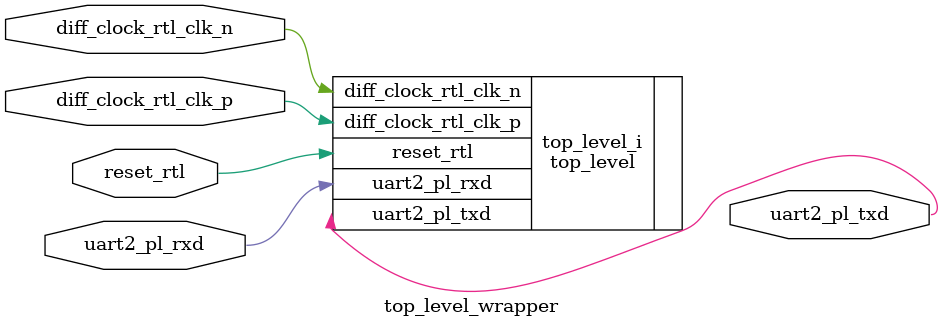
<source format=v>
`timescale 1 ps / 1 ps

module top_level_wrapper
   (diff_clock_rtl_clk_n,
    diff_clock_rtl_clk_p,
    reset_rtl,
    uart2_pl_rxd,
    uart2_pl_txd);
  input diff_clock_rtl_clk_n;
  input diff_clock_rtl_clk_p;
  input reset_rtl;
  input uart2_pl_rxd;
  output uart2_pl_txd;

  wire diff_clock_rtl_clk_n;
  wire diff_clock_rtl_clk_p;
  wire reset_rtl;
  wire uart2_pl_rxd;
  wire uart2_pl_txd;

  top_level top_level_i
       (.diff_clock_rtl_clk_n(diff_clock_rtl_clk_n),
        .diff_clock_rtl_clk_p(diff_clock_rtl_clk_p),
        .reset_rtl(reset_rtl),
        .uart2_pl_rxd(uart2_pl_rxd),
        .uart2_pl_txd(uart2_pl_txd));
endmodule

</source>
